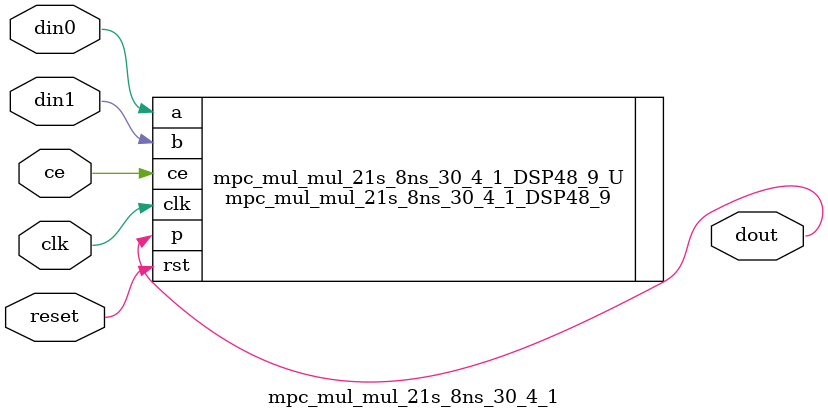
<source format=v>
module mpc_mul_mul_21s_8ns_30_4_1(
    clk,
    reset,
    ce,
    din0,
    din1,
    dout);

parameter ID = 32'd1;
parameter NUM_STAGE = 32'd1;
parameter din0_WIDTH = 32'd1;
parameter din1_WIDTH = 32'd1;
parameter dout_WIDTH = 32'd1;
input clk;
input reset;
input ce;
input[din0_WIDTH - 1:0] din0;
input[din1_WIDTH - 1:0] din1;
output[dout_WIDTH - 1:0] dout;



mpc_mul_mul_21s_8ns_30_4_1_DSP48_9 mpc_mul_mul_21s_8ns_30_4_1_DSP48_9_U(
    .clk( clk ),
    .rst( reset ),
    .ce( ce ),
    .a( din0 ),
    .b( din1 ),
    .p( dout ));

endmodule

</source>
